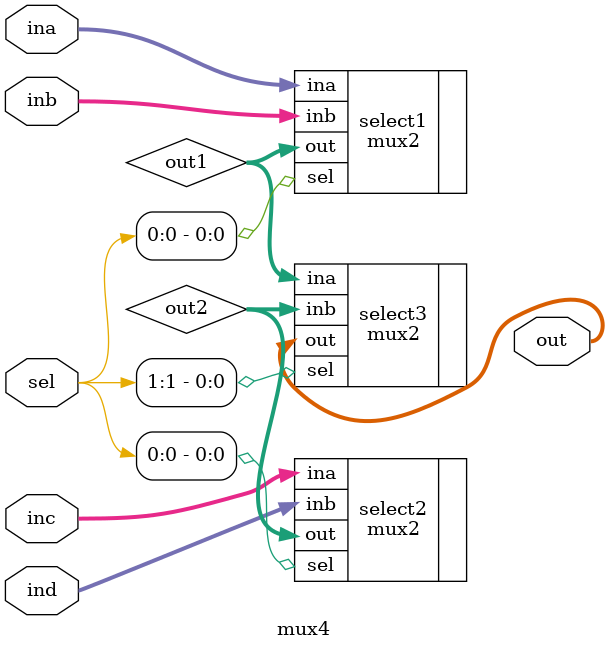
<source format=v>
module mux4 #(parameter WIDTH=32) (
    input [1:0] sel,
    input [WIDTH-1:0] ina, inb, inc, ind,
    output [WIDTH-1:0] out
);
    wire [WIDTH-1:0] out1, out2;
    mux2 #(.WIDTH(WIDTH)) select1 (.sel(sel[0]), .ina(ina), .inb(inb), .out(out1));
    mux2 #(.WIDTH(WIDTH)) select2 (.sel(sel[0]), .ina(inc), .inb(ind), .out(out2));
    mux2 #(.WIDTH(WIDTH)) select3 (.sel(sel[1]), .ina(out1), .inb(out2), .out(out));
endmodule
</source>
